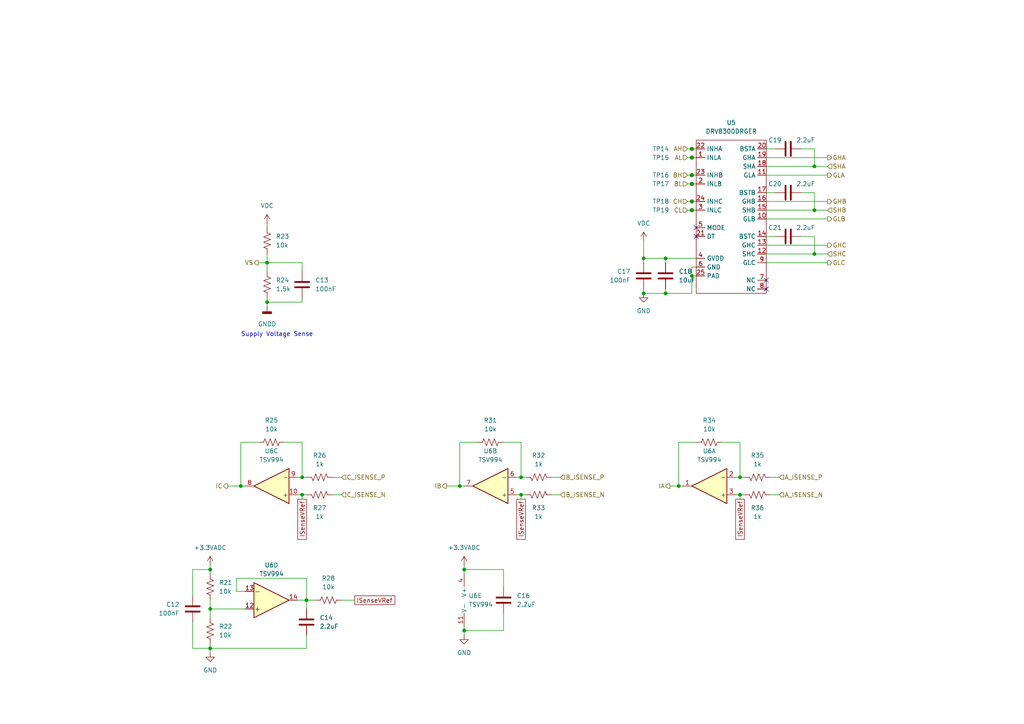
<source format=kicad_sch>
(kicad_sch (version 20211123) (generator eeschema)
  (paper "A4")
  (lib_symbols
    (symbol "Amplifier_Operational:TSV994" (pin_names (offset 0.127))
      (property "Reference" "U" (at 0 5.08 0))
      (property "Value" "TSV994" (at 0 -5.08 0))
      (symbol "TSV994_1_1"
        (polyline (pts (xy -5.08 5.08) (xy 5.08 0) (xy -5.08 -5.08) (xy -5.08 5.08)) (stroke (width 0.254)) (fill (type background)))
        (pin output line (at 7.62 0 180) (length 2.54) (name "~") (number "1"))
        (pin input line (at -7.62 -2.54 0) (length 2.54) (name "-") (number "2"))
        (pin input line (at -7.62 2.54 0) (length 2.54) (name "+") (number "3"))
      )
      (symbol "TSV994_2_1"
        (polyline (pts (xy -5.08 5.08) (xy 5.08 0) (xy -5.08 -5.08) (xy -5.08 5.08)) (stroke (width 0.254)) (fill (type background)))
        (pin input line (at -7.62 2.54 0) (length 2.54) (name "+") (number "5"))
        (pin input line (at -7.62 -2.54 0) (length 2.54) (name "-") (number "6"))
        (pin output line (at 7.62 0 180) (length 2.54) (name "~") (number "7"))
      )
      (symbol "TSV994_3_1"
        (polyline (pts (xy -5.08 5.08) (xy 5.08 0) (xy -5.08 -5.08) (xy -5.08 5.08)) (stroke (width 0.254)) (fill (type background)))
        (pin input line (at -7.62 2.54 0) (length 2.54) (name "+") (number "10"))
        (pin output line (at 7.62 0 180) (length 2.54) (name "~") (number "8"))
        (pin input line (at -7.62 -2.54 0) (length 2.54) (name "-") (number "9"))
      )
      (symbol "TSV994_4_1"
        (polyline (pts (xy -5.08 5.08) (xy 5.08 0) (xy -5.08 -5.08) (xy -5.08 5.08)) (stroke (width 0.254)) (fill (type background)))
        (pin input line (at -7.62 2.54 0) (length 2.54) (name "+") (number "12"))
        (pin input line (at -7.62 -2.54 0) (length 2.54) (name "-") (number "13"))
        (pin output line (at 7.62 0 180) (length 2.54) (name "~") (number "14"))
      )
      (symbol "TSV994_5_1"
        (pin power_in line (at -2.54 -7.62 90) (length 3.81) (name "V-") (number "11"))
        (pin power_in line (at -2.54 7.62 270) (length 3.81) (name "V+") (number "4"))
      )
    )
    (symbol "Connector:TestPoint_Small" (pin_numbers hide) (pin_names (offset 0.762) hide)
      (property "Reference" "TP" (at 0 3.81 0))
      (property "Value" "TestPoint_Small" (at 0 2.032 0))
      (symbol "TestPoint_Small_0_1"
        (circle (center 0 0) (radius 0.508))
      )
      (symbol "TestPoint_Small_1_1"
        (pin passive line (at 0 0 90) (length 0) (name "1") (number "1"))
      )
    )
    (symbol "Device:C" (pin_numbers hide) (pin_names (offset 0.254))
      (property "Reference" "C" (at 0.635 2.54 0))
      (property "Value" "C" (at 0.635 -2.54 0))
      (symbol "C_0_1"
        (polyline (pts (xy -2.032 -0.762) (xy 2.032 -0.762)) (stroke (width 0.508)))
        (polyline (pts (xy -2.032 0.762) (xy 2.032 0.762)) (stroke (width 0.508)))
      )
      (symbol "C_1_1"
        (pin passive line (at 0 3.81 270) (length 2.794) (name "~") (number "1"))
        (pin passive line (at 0 -3.81 90) (length 2.794) (name "~") (number "2"))
      )
    )
    (symbol "Device:R_US" (pin_numbers hide) (pin_names (offset 0))
      (property "Reference" "R" (at 2.54 0 90))
      (property "Value" "R_US" (at -2.54 0 90))
      (symbol "R_US_0_1"
        (polyline (pts (xy 0 -2.286) (xy 0 -2.54)))
        (polyline (pts (xy 0 2.286) (xy 0 2.54)))
        (polyline (pts (xy 0 -0.762) (xy 1.016 -1.143) (xy 0 -1.524) (xy -1.016 -1.905) (xy 0 -2.286)))
        (polyline (pts (xy 0 0.762) (xy 1.016 0.381) (xy 0 0) (xy -1.016 -0.381) (xy 0 -0.762)))
        (polyline (pts (xy 0 2.286) (xy 1.016 1.905) (xy 0 1.524) (xy -1.016 1.143) (xy 0 0.762)))
      )
      (symbol "R_US_1_1"
        (pin passive line (at 0 3.81 270) (length 1.27) (name "~") (number "1"))
        (pin passive line (at 0 -3.81 90) (length 1.27) (name "~") (number "2"))
      )
    )
    (symbol "GateDrivers:DRV8300DRGER"
      (property "Reference" "U?" (at 0 20.32 0))
      (property "Value" "DRV8300DRGER" (at 0 -26.67 0))
      (symbol "DRV8300DRGER_0_1"
        (rectangle (start -10.16 19.05) (end 10.16 -25.4))
      )
      (symbol "DRV8300DRGER_1_1"
        (pin input line (at -10.16 13.97 0) (length 2.54) (name "INLA") (number "1"))
        (pin output line (at 10.16 -3.81 180) (length 2.54) (name "GLB") (number "10"))
        (pin output line (at 10.16 8.89 180) (length 2.54) (name "GLA") (number "11"))
        (pin input line (at 10.16 -13.97 180) (length 2.54) (name "SHC") (number "12"))
        (pin output line (at 10.16 -11.43 180) (length 2.54) (name "GHC") (number "13"))
        (pin output line (at 10.16 -8.89 180) (length 2.54) (name "BSTC") (number "14"))
        (pin input line (at 10.16 -1.27 180) (length 2.54) (name "SHB") (number "15"))
        (pin output line (at 10.16 1.27 180) (length 2.54) (name "GHB") (number "16"))
        (pin output line (at 10.16 3.81 180) (length 2.54) (name "BSTB") (number "17"))
        (pin input line (at 10.16 11.43 180) (length 2.54) (name "SHA") (number "18"))
        (pin output line (at 10.16 13.97 180) (length 2.54) (name "GHA") (number "19"))
        (pin input line (at -10.16 6.35 0) (length 2.54) (name "INLB") (number "2"))
        (pin output line (at 10.16 16.51 180) (length 2.54) (name "BSTA") (number "20"))
        (pin input line (at -10.16 -8.89 0) (length 2.54) (name "DT") (number "21"))
        (pin input line (at -10.16 16.51 0) (length 2.54) (name "INHA") (number "22"))
        (pin input line (at -10.16 8.89 0) (length 2.54) (name "INHB") (number "23"))
        (pin input line (at -10.16 1.27 0) (length 2.54) (name "INHC") (number "24"))
        (pin passive line (at -10.16 -20.32 0) (length 2.54) (name "PAD") (number "25"))
        (pin input line (at -10.16 -1.27 0) (length 2.54) (name "INLC") (number "3"))
        (pin power_in line (at -10.16 -15.24 0) (length 2.54) (name "GVDD") (number "4"))
        (pin input line (at -10.16 -6.35 0) (length 2.54) (name "MODE") (number "5"))
        (pin passive line (at -10.16 -17.78 0) (length 2.54) (name "GND") (number "6"))
        (pin passive line (at 10.16 -21.59 180) (length 2.54) (name "NC") (number "7"))
        (pin passive line (at 10.16 -24.13 180) (length 2.54) (name "NC") (number "8"))
        (pin output line (at 10.16 -16.51 180) (length 2.54) (name "GLC") (number "9"))
      )
    )
    (symbol "power:+3.3VADC" (power) (pin_names (offset 0))
      (property "Value" "+3.3VADC" (at 0 2.54 0))
      (symbol "+3.3VADC_0_0"
        (pin power_in line (at 0 0 90) (length 0) hide (name "+3.3VADC") (number "1"))
      )
      (symbol "+3.3VADC_0_1"
        (polyline (pts (xy -0.762 1.27) (xy 0 2.54)))
        (polyline (pts (xy 0 0) (xy 0 2.54)))
        (polyline (pts (xy 0 2.54) (xy 0.762 1.27)))
      )
    )
    (symbol "power:GND" (power) (pin_names (offset 0))
      (property "Value" "GND" (at 0 -3.81 0))
      (symbol "GND_0_1"
        (polyline (pts (xy 0 0) (xy 0 -1.27) (xy 1.27 -1.27) (xy 0 -2.54) (xy -1.27 -1.27) (xy 0 -1.27)))
      )
      (symbol "GND_1_1"
        (pin power_in line (at 0 0 270) (length 0) hide (name "GND") (number "1"))
      )
    )
    (symbol "power:GNDD" (power) (pin_names (offset 0))
      (property "Value" "GNDD" (at 0 -3.175 0))
      (symbol "GNDD_0_1"
        (rectangle (start -1.27 -1.524) (end 1.27 -2.032) (stroke (width 0.254)) (fill (type outline)))
        (polyline (pts (xy 0 0) (xy 0 -1.524)))
      )
      (symbol "GNDD_1_1"
        (pin power_in line (at 0 0 270) (length 0) hide (name "GNDD") (number "1"))
      )
    )
    (symbol "power:VDC" (power) (pin_names (offset 0))
      (property "Value" "VDC" (at 0 6.35 0))
      (symbol "VDC_0_1"
        (polyline (pts (xy -0.762 1.27) (xy 0 2.54)))
        (polyline (pts (xy 0 0) (xy 0 2.54)))
        (polyline (pts (xy 0 2.54) (xy 0.762 1.27)))
      )
      (symbol "VDC_1_1"
        (pin power_in line (at 0 0 90) (length 0) hide (name "VDC") (number "1"))
      )
    )
  )
  (junction (at 236.22 48.26))
  (junction (at 200.66 45.72))
  (junction (at 151.13 138.43))
  (junction (at 200.66 58.42))
  (junction (at 236.22 73.66))
  (junction (at 193.04 85.09))
  (junction (at 69.85 140.97))
  (junction (at 60.96 188.046))
  (junction (at 133.35 140.97))
  (junction (at 134.62 182.88))
  (junction (at 236.22 60.96))
  (junction (at 200.66 60.96))
  (junction (at 87.63 143.51))
  (junction (at 214.63 143.51))
  (junction (at 134.62 165.186))
  (junction (at 200.66 80.01))
  (junction (at 60.96 165.186))
  (junction (at 77.47 87.63))
  (junction (at 193.04 74.93))
  (junction (at 77.47 76.2))
  (junction (at 200.66 43.18))
  (junction (at 196.85 140.97))
  (junction (at 186.69 74.93))
  (junction (at 200.66 53.34))
  (junction (at 151.13 143.51))
  (junction (at 200.66 50.8))
  (junction (at 87.63 138.43))
  (junction (at 88.9 174.076))
  (junction (at 186.69 85.09))
  (junction (at 214.63 138.43))
  (junction (at 60.96 176.616))
  (no_connect (at 201.93 66.04))
  (no_connect (at 201.93 68.58))
  (no_connect (at 222.25 81.28))
  (no_connect (at 222.25 83.82))
  (wire (pts (xy 199.39 50.8) (xy 200.66 50.8)))
  (wire (pts (xy 201.93 128.27) (xy 196.85 128.27)))
  (wire (pts (xy 200.66 58.42) (xy 201.93 58.42)))
  (wire (pts (xy 186.69 74.93) (xy 186.69 76.2)))
  (wire (pts (xy 199.39 45.72) (xy 200.66 45.72)))
  (wire (pts (xy 200.66 50.8) (xy 201.93 50.8)))
  (wire (pts (xy 222.25 45.72) (xy 240.03 45.72)))
  (wire (pts (xy 214.63 143.51) (xy 215.9 143.51)))
  (wire (pts (xy 77.47 73.66) (xy 77.47 76.2)))
  (wire (pts (xy 87.63 78.74) (xy 87.63 76.2)))
  (wire (pts (xy 96.52 138.43) (xy 99.06 138.43)))
  (wire (pts (xy 214.63 143.51) (xy 214.63 144.78)))
  (wire (pts (xy 196.85 128.27) (xy 196.85 140.97)))
  (wire (pts (xy 222.25 55.88) (xy 224.79 55.88)))
  (wire (pts (xy 222.25 71.12) (xy 240.03 71.12)))
  (wire (pts (xy 200.66 45.72) (xy 201.93 45.72)))
  (wire (pts (xy 236.22 73.66) (xy 240.03 73.66)))
  (wire (pts (xy 87.63 86.36) (xy 87.63 87.63)))
  (wire (pts (xy 193.04 74.93) (xy 201.93 74.93)))
  (wire (pts (xy 186.69 83.82) (xy 186.69 85.09)))
  (wire (pts (xy 214.63 128.27) (xy 214.63 138.43)))
  (wire (pts (xy 200.66 43.18) (xy 201.93 43.18)))
  (wire (pts (xy 86.36 174.076) (xy 88.9 174.076)))
  (wire (pts (xy 160.02 143.51) (xy 162.56 143.51)))
  (wire (pts (xy 96.52 143.51) (xy 99.06 143.51)))
  (wire (pts (xy 129.54 140.97) (xy 133.35 140.97)))
  (wire (pts (xy 68.58 167.726) (xy 88.9 167.726)))
  (wire (pts (xy 199.39 58.42) (xy 200.66 58.42)))
  (wire (pts (xy 199.39 43.18) (xy 200.66 43.18)))
  (wire (pts (xy 82.55 128.27) (xy 87.63 128.27)))
  (wire (pts (xy 209.55 128.27) (xy 214.63 128.27)))
  (wire (pts (xy 236.22 60.96) (xy 240.03 60.96)))
  (wire (pts (xy 60.96 165.186) (xy 60.96 166.456)))
  (wire (pts (xy 222.25 63.5) (xy 240.03 63.5)))
  (wire (pts (xy 222.25 76.2) (xy 240.03 76.2)))
  (wire (pts (xy 222.25 73.66) (xy 236.22 73.66)))
  (wire (pts (xy 60.96 186.776) (xy 60.96 188.046)))
  (wire (pts (xy 88.9 174.076) (xy 88.9 176.616)))
  (wire (pts (xy 88.9 188.046) (xy 88.9 184.236)))
  (wire (pts (xy 222.25 68.58) (xy 224.79 68.58)))
  (wire (pts (xy 222.25 58.42) (xy 240.03 58.42)))
  (wire (pts (xy 236.22 43.18) (xy 236.22 48.26)))
  (wire (pts (xy 213.36 143.51) (xy 214.63 143.51)))
  (wire (pts (xy 60.96 188.046) (xy 60.96 189.316)))
  (wire (pts (xy 74.93 76.2) (xy 77.47 76.2)))
  (wire (pts (xy 134.62 163.916) (xy 134.62 165.186)))
  (wire (pts (xy 200.66 60.96) (xy 201.93 60.96)))
  (wire (pts (xy 186.69 74.93) (xy 193.04 74.93)))
  (wire (pts (xy 151.13 128.27) (xy 151.13 138.43)))
  (wire (pts (xy 236.22 68.58) (xy 236.22 73.66)))
  (wire (pts (xy 146.05 170.266) (xy 146.05 165.186)))
  (wire (pts (xy 232.41 68.58) (xy 236.22 68.58)))
  (wire (pts (xy 236.22 48.26) (xy 240.03 48.26)))
  (wire (pts (xy 69.85 128.27) (xy 69.85 140.97)))
  (wire (pts (xy 55.88 172.806) (xy 55.88 165.186)))
  (wire (pts (xy 55.88 188.046) (xy 60.96 188.046)))
  (wire (pts (xy 222.25 50.8) (xy 240.03 50.8)))
  (wire (pts (xy 99.06 174.076) (xy 102.87 174.076)))
  (wire (pts (xy 213.36 138.43) (xy 214.63 138.43)))
  (wire (pts (xy 160.02 138.43) (xy 162.56 138.43)))
  (wire (pts (xy 146.05 128.27) (xy 151.13 128.27)))
  (wire (pts (xy 88.9 167.726) (xy 88.9 174.076)))
  (wire (pts (xy 134.62 165.186) (xy 134.62 166.456)))
  (wire (pts (xy 69.85 140.97) (xy 71.12 140.97)))
  (wire (pts (xy 200.66 53.34) (xy 201.93 53.34)))
  (wire (pts (xy 133.35 128.27) (xy 133.35 140.97)))
  (wire (pts (xy 71.12 171.536) (xy 68.58 171.536)))
  (wire (pts (xy 146.05 165.186) (xy 134.62 165.186)))
  (wire (pts (xy 77.47 86.36) (xy 77.47 87.63)))
  (wire (pts (xy 87.63 143.51) (xy 88.9 143.51)))
  (wire (pts (xy 77.47 76.2) (xy 77.47 78.74)))
  (wire (pts (xy 87.63 76.2) (xy 77.47 76.2)))
  (wire (pts (xy 193.04 85.09) (xy 200.66 85.09)))
  (wire (pts (xy 77.47 87.63) (xy 77.47 88.9)))
  (wire (pts (xy 68.58 171.536) (xy 68.58 167.726)))
  (wire (pts (xy 186.69 85.09) (xy 193.04 85.09)))
  (wire (pts (xy 236.22 55.88) (xy 236.22 60.96)))
  (wire (pts (xy 134.62 181.696) (xy 134.62 182.88)))
  (wire (pts (xy 196.85 140.97) (xy 198.12 140.97)))
  (wire (pts (xy 194.31 140.97) (xy 196.85 140.97)))
  (wire (pts (xy 146.05 182.88) (xy 134.62 182.88)))
  (wire (pts (xy 199.39 60.96) (xy 200.66 60.96)))
  (wire (pts (xy 133.35 140.97) (xy 134.62 140.97)))
  (wire (pts (xy 134.62 182.88) (xy 134.62 184.236)))
  (wire (pts (xy 60.96 188.046) (xy 88.9 188.046)))
  (wire (pts (xy 55.88 180.426) (xy 55.88 188.046)))
  (wire (pts (xy 186.69 69.85) (xy 186.69 74.93)))
  (wire (pts (xy 74.93 128.27) (xy 69.85 128.27)))
  (wire (pts (xy 222.25 43.18) (xy 224.79 43.18)))
  (wire (pts (xy 222.25 48.26) (xy 236.22 48.26)))
  (wire (pts (xy 86.36 143.51) (xy 87.63 143.51)))
  (wire (pts (xy 214.63 138.43) (xy 215.9 138.43)))
  (wire (pts (xy 193.04 74.93) (xy 193.04 76.2)))
  (wire (pts (xy 232.41 55.88) (xy 236.22 55.88)))
  (wire (pts (xy 60.96 176.616) (xy 71.12 176.616)))
  (wire (pts (xy 200.66 85.09) (xy 200.66 80.01)))
  (wire (pts (xy 66.04 140.97) (xy 69.85 140.97)))
  (wire (pts (xy 200.66 80.01) (xy 201.93 80.01)))
  (wire (pts (xy 222.25 60.96) (xy 236.22 60.96)))
  (wire (pts (xy 138.43 128.27) (xy 133.35 128.27)))
  (wire (pts (xy 151.13 138.43) (xy 152.4 138.43)))
  (wire (pts (xy 60.96 176.616) (xy 60.96 179.156)))
  (wire (pts (xy 200.66 80.01) (xy 200.66 77.47)))
  (wire (pts (xy 60.96 174.076) (xy 60.96 176.616)))
  (wire (pts (xy 86.36 138.43) (xy 87.63 138.43)))
  (wire (pts (xy 200.66 77.47) (xy 201.93 77.47)))
  (wire (pts (xy 151.13 143.51) (xy 152.4 143.51)))
  (wire (pts (xy 223.52 143.51) (xy 226.06 143.51)))
  (wire (pts (xy 60.96 163.916) (xy 60.96 165.186)))
  (wire (pts (xy 223.52 138.43) (xy 226.06 138.43)))
  (wire (pts (xy 232.41 43.18) (xy 236.22 43.18)))
  (wire (pts (xy 88.9 174.076) (xy 91.44 174.076)))
  (wire (pts (xy 87.63 128.27) (xy 87.63 138.43)))
  (wire (pts (xy 149.86 143.51) (xy 151.13 143.51)))
  (wire (pts (xy 193.04 83.82) (xy 193.04 85.09)))
  (wire (pts (xy 87.63 143.51) (xy 87.63 144.78)))
  (wire (pts (xy 87.63 87.63) (xy 77.47 87.63)))
  (wire (pts (xy 146.05 177.886) (xy 146.05 182.88)))
  (wire (pts (xy 149.86 138.43) (xy 151.13 138.43)))
  (wire (pts (xy 199.39 53.34) (xy 200.66 53.34)))
  (wire (pts (xy 87.63 138.43) (xy 88.9 138.43)))
  (wire (pts (xy 55.88 165.186) (xy 60.96 165.186)))
  (wire (pts (xy 151.13 143.51) (xy 151.13 144.78)))
  (wire (pts (xy 77.47 64.77) (xy 77.47 66.04)))
  (text "Supply Voltage Sense" (at 69.85 97.79 0) (effects (font (size 1.27 1.27)) (justify left bottom)))
  (global_label "ISenseVRef" (shape passive) (at 87.63 144.78 270) (property "Intersheet References" "${INTERSHEET_REFS}" (effects hide)))
  (global_label "ISenseVRef" (shape passive) (at 214.63 144.78 270) (property "Intersheet References" "${INTERSHEET_REFS}" (effects hide)))
  (global_label "ISenseVRef" (shape passive) (at 102.87 174.076 0) (property "Intersheet References" "${INTERSHEET_REFS}" (effects hide)))
  (global_label "ISenseVRef" (shape passive) (at 151.13 144.78 270) (property "Intersheet References" "${INTERSHEET_REFS}" (effects hide)))
  (hierarchical_label "A_ISENSE_P" (shape input) (at 226.06 138.43 0))
  (hierarchical_label "SHB" (shape input) (at 240.03 60.96 0))
  (hierarchical_label "CH" (shape input) (at 199.39 58.42 180))
  (hierarchical_label "IB" (shape output) (at 129.54 140.97 180))
  (hierarchical_label "GLB" (shape output) (at 240.03 63.5 0))
  (hierarchical_label "C_ISENSE_N" (shape input) (at 99.06 143.51 0))
  (hierarchical_label "GLA" (shape output) (at 240.03 50.8 0))
  (hierarchical_label "SHC" (shape input) (at 240.03 73.66 0))
  (hierarchical_label "BH" (shape input) (at 199.39 50.8 180))
  (hierarchical_label "BL" (shape input) (at 199.39 53.34 180))
  (hierarchical_label "GHC" (shape output) (at 240.03 71.12 0))
  (hierarchical_label "GHA" (shape output) (at 240.03 45.72 0))
  (hierarchical_label "IA" (shape output) (at 194.31 140.97 180))
  (hierarchical_label "IC" (shape output) (at 66.04 140.97 180))
  (hierarchical_label "C_ISENSE_P" (shape input) (at 99.06 138.43 0))
  (hierarchical_label "SHA" (shape input) (at 240.03 48.26 0))
  (hierarchical_label "VS" (shape output) (at 74.93 76.2 180))
  (hierarchical_label "GHB" (shape output) (at 240.03 58.42 0))
  (hierarchical_label "A_ISENSE_N" (shape input) (at 226.06 143.51 0))
  (hierarchical_label "AH" (shape input) (at 199.39 43.18 180))
  (hierarchical_label "B_ISENSE_N" (shape input) (at 162.56 143.51 0))
  (hierarchical_label "CL" (shape input) (at 199.39 60.96 180))
  (hierarchical_label "B_ISENSE_P" (shape input) (at 162.56 138.43 0))
  (hierarchical_label "AL" (shape input) (at 199.39 45.72 180))
  (hierarchical_label "GLC" (shape output) (at 240.03 76.2 0))
  (symbol (lib_id "power:VDC") (at 77.47 64.77 0) (unit 1)
    (property "Reference" "#PWR019" (effects hide))
    (property "Value" "VDC" (at 77.47 59.69 0))
  )
  (symbol (lib_id "Device:R_US") (at 78.74 128.27 90) (unit 1)
    (property "Reference" "R25" (at 78.74 121.92 90))
    (property "Value" "10k" (at 78.74 124.46 90))
    (property "Footprint" "Resistor_SMD:R_0402_1005Metric" (effects hide))
    (property "JLCPCB" "C25744" (effects hide))
  )
  (symbol (lib_id "Device:R_US") (at 60.96 170.266 180) (unit 1)
    (property "Reference" "R21" (at 63.5 168.9959 0) (effects (justify right)))
    (property "Value" "10k" (at 63.5 171.5359 0) (effects (justify right)))
    (property "Footprint" "Resistor_SMD:R_0402_1005Metric" (effects hide))
    (property "JLCPCB" "C25744" (effects hide))
  )
  (symbol (lib_id "power:GND") (at 60.96 189.316 0) (unit 1)
    (property "Reference" "#PWR018" (effects hide))
    (property "Value" "GND" (at 60.96 194.396 0))
  )
  (symbol (lib_id "power:GNDD") (at 77.47 88.9 0) (unit 1)
    (property "Reference" "#PWR020" (effects hide))
    (property "Value" "GNDD" (at 77.47 93.98 0))
  )
  (symbol (lib_id "Device:R_US") (at 60.96 182.966 180) (unit 1)
    (property "Reference" "R22" (at 63.5 181.6959 0) (effects (justify right)))
    (property "Value" "10k" (at 63.5 184.2359 0) (effects (justify right)))
    (property "Footprint" "Resistor_SMD:R_0402_1005Metric" (effects hide))
    (property "JLCPCB" "C25744" (effects hide))
  )
  (symbol (lib_id "GateDrivers:DRV8300DRGER") (at 212.09 59.69 0) (unit 1)
    (property "Reference" "U5" (at 212.09 35.56 0))
    (property "Value" "DRV8300DRGER" (at 212.09 38.1 0))
    (property "Footprint" "Package_DFN_QFN:VQFN-24-1EP_4x4mm_P0.5mm_EP2.45x2.45mm_ThermalVias" (effects hide))
    (property "Datasheet" "https://www.ti.com/lit/ds/symlink/drv8300.pdf?HQS=dis-dk-null-digikeymode-dsf-pf-null-wwe&ts=1661717575056" (effects hide))
    (property "DigiKey" "296-DRV8300DRGERCT-ND" (effects hide))
  )
  (symbol (lib_id "Connector:TestPoint_Small") (at 200.66 43.18 0) (unit 1)
    (property "Reference" "TP14" (at 189.23 43.18 0) (effects (justify left)))
    (property "Value" "AH" (effects hide))
    (property "Footprint" "TestPoint:TestPoint_Pad_D1.0mm" (effects hide))
  )
  (symbol (lib_id "Device:C") (at 88.9 180.426 0) (unit 1)
    (property "Reference" "C14" (at 92.71 179.1559 0) (effects (justify left)))
    (property "Value" "2.2uF" (at 92.71 181.6959 0) (effects (justify left)))
    (property "Footprint" "Capacitor_SMD:C_0805_2012Metric" (effects hide))
    (property "JLCPCB" "C49217" (effects hide))
  )
  (symbol (lib_id "Device:C") (at 87.63 82.55 0) (unit 1)
    (property "Reference" "C13" (at 91.44 81.2799 0) (effects (justify left)))
    (property "Value" "100nF" (at 91.44 83.8199 0) (effects (justify left)))
    (property "Footprint" "Capacitor_SMD:C_0402_1005Metric" (effects hide))
    (property "JLCPCB" "C307331" (effects hide))
  )
  (symbol (lib_id "Device:C") (at 186.69 80.01 0) (mirror x) (unit 1)
    (property "Reference" "C17" (at 182.88 78.7399 0) (effects (justify right)))
    (property "Value" "100nF" (at 182.88 81.2799 0) (effects (justify right)))
    (property "Footprint" "Capacitor_SMD:C_0402_1005Metric" (effects hide))
    (property "JLCPCB" "C307331" (effects hide))
  )
  (symbol (lib_id "Amplifier_Operational:TSV994") (at 78.74 140.97 180) (unit 3)
    (property "Reference" "U6" (at 78.74 130.81 0))
    (property "Value" "TSV994" (at 78.74 133.35 0))
    (property "Footprint" "Package_SO:TSSOP-14_4.4x5mm_P0.65mm" (effects hide))
    (property "Datasheet" "https://www.st.com/resource/en/datasheet/tsv994.pdf" (effects hide))
    (property "DigiKey" "497-6003-1-ND" (effects hide))
  )
  (symbol (lib_id "Device:C") (at 228.6 55.88 90) (unit 1)
    (property "Reference" "C20" (at 224.79 53.34 90))
    (property "Value" "2.2uF" (at 233.68 53.34 90))
    (property "Footprint" "Capacitor_SMD:C_0805_2012Metric" (effects hide))
    (property "JLCPCB" "C49217" (effects hide))
  )
  (symbol (lib_id "power:VDC") (at 186.69 69.85 0) (unit 1)
    (property "Reference" "#PWR025" (effects hide))
    (property "Value" "VDC" (at 186.69 64.77 0))
  )
  (symbol (lib_id "Amplifier_Operational:TSV994") (at 137.16 174.076 0) (unit 5)
    (property "Reference" "U6" (at 135.89 172.8059 0) (effects (justify left)))
    (property "Value" "TSV994" (at 135.89 175.3459 0) (effects (justify left)))
    (property "Footprint" "Package_SO:TSSOP-14_4.4x5mm_P0.65mm" (effects hide))
    (property "Datasheet" "https://www.st.com/resource/en/datasheet/tsv994.pdf" (effects hide))
    (property "DigiKey" "497-6003-1-ND" (effects hide))
  )
  (symbol (lib_id "Device:R_US") (at 92.71 143.51 270) (mirror x) (unit 1)
    (property "Reference" "R27" (at 92.71 147.32 90))
    (property "Value" "1k" (at 92.71 149.86 90))
    (property "Footprint" "Resistor_SMD:R_0402_1005Metric" (effects hide))
    (property "JLCPCB" "C11702" (effects hide))
  )
  (symbol (lib_id "Connector:TestPoint_Small") (at 200.66 53.34 0) (unit 1)
    (property "Reference" "TP17" (at 189.23 53.34 0) (effects (justify left)))
    (property "Value" "BL" (effects hide))
    (property "Footprint" "TestPoint:TestPoint_Pad_D1.0mm" (effects hide))
  )
  (symbol (lib_id "power:GND") (at 186.69 85.09 0) (unit 1)
    (property "Reference" "#PWR026" (effects hide))
    (property "Value" "GND" (at 186.69 90.17 0))
  )
  (symbol (lib_id "Device:R_US") (at 205.74 128.27 90) (unit 1)
    (property "Reference" "R34" (at 205.74 121.92 90))
    (property "Value" "10k" (at 205.74 124.46 90))
    (property "Footprint" "Resistor_SMD:R_0402_1005Metric" (effects hide))
    (property "JLCPCB" "C25744" (effects hide))
  )
  (symbol (lib_id "Device:R_US") (at 142.24 128.27 90) (unit 1)
    (property "Reference" "R31" (at 142.24 121.92 90))
    (property "Value" "10k" (at 142.24 124.46 90))
    (property "Footprint" "Resistor_SMD:R_0402_1005Metric" (effects hide))
    (property "JLCPCB" "C25744" (effects hide))
  )
  (symbol (lib_id "power:+3.3VADC") (at 60.96 163.916 0) (unit 1)
    (property "Reference" "#PWR017" (effects hide))
    (property "Value" "+3.3VADC" (at 60.96 158.836 0))
  )
  (symbol (lib_id "Connector:TestPoint_Small") (at 200.66 50.8 0) (unit 1)
    (property "Reference" "TP16" (at 189.23 50.8 0) (effects (justify left)))
    (property "Value" "BH" (effects hide))
    (property "Footprint" "TestPoint:TestPoint_Pad_D1.0mm" (effects hide))
  )
  (symbol (lib_id "Device:R_US") (at 156.21 143.51 270) (mirror x) (unit 1)
    (property "Reference" "R33" (at 156.21 147.32 90))
    (property "Value" "1k" (at 156.21 149.86 90))
    (property "Footprint" "Resistor_SMD:R_0402_1005Metric" (effects hide))
    (property "JLCPCB" "C11702" (effects hide))
  )
  (symbol (lib_id "Device:R_US") (at 95.25 174.076 90) (unit 1)
    (property "Reference" "R28" (at 95.25 167.726 90))
    (property "Value" "10k" (at 95.25 170.266 90))
    (property "Footprint" "Resistor_SMD:R_0402_1005Metric" (effects hide))
    (property "JLCPCB" "C25744" (effects hide))
  )
  (symbol (lib_id "Device:R_US") (at 156.21 138.43 270) (mirror x) (unit 1)
    (property "Reference" "R32" (at 156.21 132.08 90))
    (property "Value" "1k" (at 156.21 134.62 90))
    (property "Footprint" "Resistor_SMD:R_0402_1005Metric" (effects hide))
    (property "JLCPCB" "C11702" (effects hide))
  )
  (symbol (lib_id "Device:R_US") (at 219.71 143.51 270) (mirror x) (unit 1)
    (property "Reference" "R36" (at 219.71 147.32 90))
    (property "Value" "1k" (at 219.71 149.86 90))
    (property "Footprint" "Resistor_SMD:R_0402_1005Metric" (effects hide))
    (property "JLCPCB" "C11702" (effects hide))
  )
  (symbol (lib_id "Device:R_US") (at 92.71 138.43 270) (mirror x) (unit 1)
    (property "Reference" "R26" (at 92.71 132.08 90))
    (property "Value" "1k" (at 92.71 134.62 90))
    (property "Footprint" "Resistor_SMD:R_0402_1005Metric" (effects hide))
    (property "JLCPCB" "C11702" (effects hide))
  )
  (symbol (lib_id "Connector:TestPoint_Small") (at 200.66 58.42 0) (unit 1)
    (property "Reference" "TP18" (at 189.23 58.42 0) (effects (justify left)))
    (property "Value" "CH" (effects hide))
    (property "Footprint" "TestPoint:TestPoint_Pad_D1.0mm" (effects hide))
  )
  (symbol (lib_id "Device:C") (at 193.04 80.01 0) (unit 1)
    (property "Reference" "C18" (at 196.85 78.7399 0) (effects (justify left)))
    (property "Value" "10uF" (at 196.85 81.2799 0) (effects (justify left)))
    (property "Footprint" "Capacitor_SMD:C_0805_2012Metric" (effects hide))
    (property "JLCPCB" "C440198" (effects hide))
  )
  (symbol (lib_id "Device:R_US") (at 219.71 138.43 270) (mirror x) (unit 1)
    (property "Reference" "R35" (at 219.71 132.08 90))
    (property "Value" "1k" (at 219.71 134.62 90))
    (property "Footprint" "Resistor_SMD:R_0402_1005Metric" (effects hide))
    (property "JLCPCB" "C11702" (effects hide))
  )
  (symbol (lib_id "Device:C") (at 146.05 174.076 0) (unit 1)
    (property "Reference" "C16" (at 149.86 172.8059 0) (effects (justify left)))
    (property "Value" "2.2uF" (at 149.86 175.3459 0) (effects (justify left)))
    (property "Footprint" "Capacitor_SMD:C_0805_2012Metric" (effects hide))
    (property "JLCPCB" "C49217" (effects hide))
  )
  (symbol (lib_id "Amplifier_Operational:TSV994") (at 205.74 140.97 180) (unit 1)
    (property "Reference" "U6" (at 205.74 130.81 0))
    (property "Value" "TSV994" (at 205.74 133.35 0))
    (property "Footprint" "Package_SO:TSSOP-14_4.4x5mm_P0.65mm" (effects hide))
    (property "Datasheet" "https://www.st.com/resource/en/datasheet/tsv994.pdf" (effects hide))
    (property "DigiKey" "497-6003-1-ND" (effects hide))
  )
  (symbol (lib_id "Connector:TestPoint_Small") (at 200.66 45.72 0) (unit 1)
    (property "Reference" "TP15" (at 189.23 45.72 0) (effects (justify left)))
    (property "Value" "AL" (effects hide))
    (property "Footprint" "TestPoint:TestPoint_Pad_D1.0mm" (effects hide))
  )
  (symbol (lib_id "Amplifier_Operational:TSV994") (at 78.74 174.076 0) (mirror x) (unit 4)
    (property "Reference" "U6" (at 78.74 163.916 0))
    (property "Value" "TSV994" (at 78.74 166.456 0))
    (property "Footprint" "Package_SO:TSSOP-14_4.4x5mm_P0.65mm" (effects hide))
    (property "Datasheet" "https://www.st.com/resource/en/datasheet/tsv994.pdf" (effects hide))
    (property "DigiKey" "497-6003-1-ND" (effects hide))
  )
  (symbol (lib_id "Device:C") (at 228.6 68.58 90) (unit 1)
    (property "Reference" "C21" (at 224.79 66.04 90))
    (property "Value" "2.2uF" (at 233.68 66.04 90))
    (property "Footprint" "Capacitor_SMD:C_0805_2012Metric" (effects hide))
    (property "JLCPCB" "C49217" (effects hide))
  )
  (symbol (lib_id "Device:R_US") (at 77.47 82.55 0) (unit 1)
    (property "Reference" "R24" (at 80.01 81.2799 0) (effects (justify left)))
    (property "Value" "1.5k" (at 80.01 83.8199 0) (effects (justify left)))
    (property "Footprint" "Resistor_SMD:R_0402_1005Metric" (effects hide))
    (property "JLCPCB" "C25867" (effects hide))
  )
  (symbol (lib_id "Connector:TestPoint_Small") (at 200.66 60.96 0) (unit 1)
    (property "Reference" "TP19" (at 189.23 60.96 0) (effects (justify left)))
    (property "Value" "CL" (effects hide))
    (property "Footprint" "TestPoint:TestPoint_Pad_D1.0mm" (effects hide))
  )
  (symbol (lib_id "Device:C") (at 228.6 43.18 90) (unit 1)
    (property "Reference" "C19" (at 224.79 40.64 90))
    (property "Value" "2.2uF" (at 233.68 40.64 90))
    (property "Footprint" "Capacitor_SMD:C_0805_2012Metric" (effects hide))
    (property "JLCPCB" "C49217" (effects hide))
  )
  (symbol (lib_id "power:+3.3VADC") (at 134.62 163.916 0) (unit 1)
    (property "Reference" "#PWR023" (effects hide))
    (property "Value" "+3.3VADC" (at 134.62 158.836 0))
  )
  (symbol (lib_id "power:GND") (at 134.62 184.236 0) (unit 1)
    (property "Reference" "#PWR024" (effects hide))
    (property "Value" "GND" (at 134.62 189.316 0))
  )
  (symbol (lib_id "Device:R_US") (at 77.47 69.85 180) (unit 1)
    (property "Reference" "R23" (at 80.01 68.5799 0) (effects (justify right)))
    (property "Value" "10k" (at 80.01 71.1199 0) (effects (justify right)))
    (property "Footprint" "Resistor_SMD:R_0402_1005Metric" (effects hide))
    (property "JLCPCB" "C25744" (effects hide))
  )
  (symbol (lib_id "Amplifier_Operational:TSV994") (at 142.24 140.97 180) (unit 2)
    (property "Reference" "U6" (at 142.24 130.81 0))
    (property "Value" "TSV994" (at 142.24 133.35 0))
    (property "Footprint" "Package_SO:TSSOP-14_4.4x5mm_P0.65mm" (effects hide))
    (property "Datasheet" "https://www.st.com/resource/en/datasheet/tsv994.pdf" (effects hide))
    (property "DigiKey" "497-6003-1-ND" (effects hide))
  )
  (symbol (lib_id "Device:C") (at 55.88 176.616 0) (mirror x) (unit 1)
    (property "Reference" "C12" (at 52.07 175.3459 0) (effects (justify right)))
    (property "Value" "100nF" (at 52.07 177.8859 0) (effects (justify right)))
    (property "Footprint" "Capacitor_SMD:C_0402_1005Metric" (effects hide))
    (property "JLCPCB" "C307331" (effects hide))
  )
)
</source>
